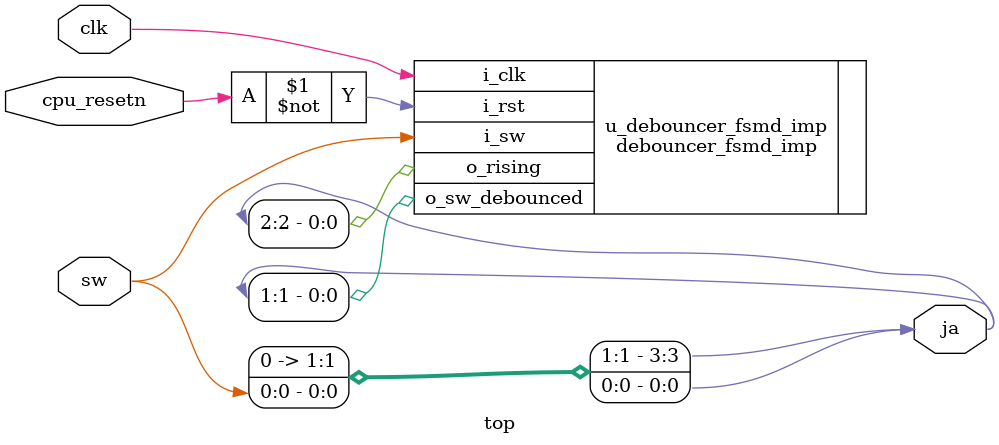
<source format=sv>
module top
    (
        input   logic clk,
        input   logic cpu_resetn,
        input   logic sw,
        output  logic [3:0] ja
    );

    assign ja[0] = sw;

    // debouncer_fsmd_exp u_debouncer_fsmd_exp
    //     (.i_clk(clk), .i_rst(~cpu_resetn), .i_sw(sw),
    //      .o_sw_debounced(ja[1]), .o_rising(ja[2]));


    debouncer_fsmd_imp u_debouncer_fsmd_imp
        (.i_clk(clk), .i_rst(~cpu_resetn), .i_sw(sw),
         .o_sw_debounced(ja[1]), .o_rising(ja[2]));

    assign ja[3] = 1'b0;

endmodule

</source>
